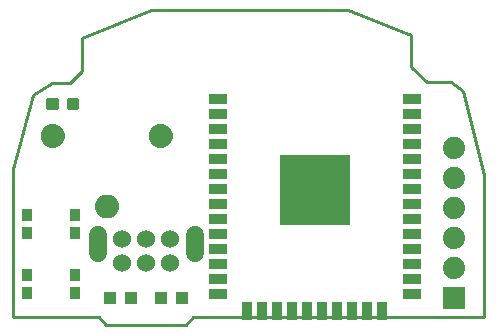
<source format=gts>
G75*
G70*
%OFA0B0*%
%FSLAX24Y24*%
%IPPOS*%
%LPD*%
%AMOC8*
5,1,8,0,0,1.08239X$1,22.5*
%
%ADD10C,0.0100*%
%ADD11C,0.0600*%
%ADD12C,0.0000*%
%ADD13C,0.0350*%
%ADD14C,0.0600*%
%ADD15C,0.0500*%
%ADD16C,0.0394*%
%ADD17R,0.0591X0.0354*%
%ADD18R,0.0354X0.0591*%
%ADD19R,0.2362X0.2362*%
%ADD20R,0.0394X0.0433*%
%ADD21R,0.0354X0.0394*%
%ADD22C,0.0118*%
%ADD23R,0.0740X0.0740*%
%ADD24C,0.0740*%
D10*
X003490Y003381D02*
X003740Y003131D01*
X006390Y003131D01*
X006640Y003381D01*
X016340Y003381D01*
X016340Y008131D01*
X015640Y010931D01*
X015240Y011231D01*
X014440Y011231D01*
X013890Y011731D01*
X013890Y012781D01*
X011790Y013631D01*
X005240Y013631D01*
X002940Y012681D01*
X002940Y011581D01*
X002540Y011181D01*
X001940Y011181D01*
X001290Y010781D01*
X000640Y008331D01*
X000640Y003381D01*
X003490Y003381D01*
D11*
X003452Y005531D02*
X003452Y006131D01*
X003452Y005531D01*
X006702Y005531D02*
X006702Y006131D01*
X006702Y005531D01*
D12*
X006527Y005831D02*
X006529Y005857D01*
X006535Y005883D01*
X006544Y005907D01*
X006557Y005930D01*
X006574Y005950D01*
X006593Y005968D01*
X006615Y005983D01*
X006638Y005994D01*
X006663Y006002D01*
X006689Y006006D01*
X006715Y006006D01*
X006741Y006002D01*
X006766Y005994D01*
X006790Y005983D01*
X006811Y005968D01*
X006830Y005950D01*
X006847Y005930D01*
X006860Y005907D01*
X006869Y005883D01*
X006875Y005857D01*
X006877Y005831D01*
X006875Y005805D01*
X006869Y005779D01*
X006860Y005755D01*
X006847Y005732D01*
X006830Y005712D01*
X006811Y005694D01*
X006789Y005679D01*
X006766Y005668D01*
X006741Y005660D01*
X006715Y005656D01*
X006689Y005656D01*
X006663Y005660D01*
X006638Y005668D01*
X006614Y005679D01*
X006593Y005694D01*
X006574Y005712D01*
X006557Y005732D01*
X006544Y005755D01*
X006535Y005779D01*
X006529Y005805D01*
X006527Y005831D01*
X003277Y005831D02*
X003279Y005857D01*
X003285Y005883D01*
X003294Y005907D01*
X003307Y005930D01*
X003324Y005950D01*
X003343Y005968D01*
X003365Y005983D01*
X003388Y005994D01*
X003413Y006002D01*
X003439Y006006D01*
X003465Y006006D01*
X003491Y006002D01*
X003516Y005994D01*
X003540Y005983D01*
X003561Y005968D01*
X003580Y005950D01*
X003597Y005930D01*
X003610Y005907D01*
X003619Y005883D01*
X003625Y005857D01*
X003627Y005831D01*
X003625Y005805D01*
X003619Y005779D01*
X003610Y005755D01*
X003597Y005732D01*
X003580Y005712D01*
X003561Y005694D01*
X003539Y005679D01*
X003516Y005668D01*
X003491Y005660D01*
X003465Y005656D01*
X003439Y005656D01*
X003413Y005660D01*
X003388Y005668D01*
X003364Y005679D01*
X003343Y005694D01*
X003324Y005712D01*
X003307Y005732D01*
X003294Y005755D01*
X003285Y005779D01*
X003279Y005805D01*
X003277Y005831D01*
D13*
X003452Y005831D03*
X006702Y005831D03*
D14*
X005852Y005981D03*
X005065Y005981D03*
X004278Y005981D03*
X004278Y005194D03*
X005065Y005194D03*
X005852Y005194D03*
D15*
X003598Y007081D02*
X003600Y007104D01*
X003606Y007127D01*
X003615Y007149D01*
X003628Y007168D01*
X003644Y007185D01*
X003662Y007200D01*
X003683Y007211D01*
X003705Y007219D01*
X003728Y007223D01*
X003752Y007223D01*
X003775Y007219D01*
X003797Y007211D01*
X003818Y007200D01*
X003836Y007185D01*
X003852Y007168D01*
X003865Y007149D01*
X003874Y007127D01*
X003880Y007104D01*
X003882Y007081D01*
X003880Y007058D01*
X003874Y007035D01*
X003865Y007013D01*
X003852Y006994D01*
X003836Y006977D01*
X003818Y006962D01*
X003797Y006951D01*
X003775Y006943D01*
X003752Y006939D01*
X003728Y006939D01*
X003705Y006943D01*
X003683Y006951D01*
X003662Y006962D01*
X003644Y006977D01*
X003628Y006994D01*
X003615Y007013D01*
X003606Y007035D01*
X003600Y007058D01*
X003598Y007081D01*
X001798Y009431D02*
X001800Y009454D01*
X001806Y009477D01*
X001815Y009499D01*
X001828Y009518D01*
X001844Y009535D01*
X001862Y009550D01*
X001883Y009561D01*
X001905Y009569D01*
X001928Y009573D01*
X001952Y009573D01*
X001975Y009569D01*
X001997Y009561D01*
X002018Y009550D01*
X002036Y009535D01*
X002052Y009518D01*
X002065Y009499D01*
X002074Y009477D01*
X002080Y009454D01*
X002082Y009431D01*
X002080Y009408D01*
X002074Y009385D01*
X002065Y009363D01*
X002052Y009344D01*
X002036Y009327D01*
X002018Y009312D01*
X001997Y009301D01*
X001975Y009293D01*
X001952Y009289D01*
X001928Y009289D01*
X001905Y009293D01*
X001883Y009301D01*
X001862Y009312D01*
X001844Y009327D01*
X001828Y009344D01*
X001815Y009363D01*
X001806Y009385D01*
X001800Y009408D01*
X001798Y009431D01*
X005398Y009431D02*
X005400Y009454D01*
X005406Y009477D01*
X005415Y009499D01*
X005428Y009518D01*
X005444Y009535D01*
X005462Y009550D01*
X005483Y009561D01*
X005505Y009569D01*
X005528Y009573D01*
X005552Y009573D01*
X005575Y009569D01*
X005597Y009561D01*
X005618Y009550D01*
X005636Y009535D01*
X005652Y009518D01*
X005665Y009499D01*
X005674Y009477D01*
X005680Y009454D01*
X005682Y009431D01*
X005680Y009408D01*
X005674Y009385D01*
X005665Y009363D01*
X005652Y009344D01*
X005636Y009327D01*
X005618Y009312D01*
X005597Y009301D01*
X005575Y009293D01*
X005552Y009289D01*
X005528Y009289D01*
X005505Y009293D01*
X005483Y009301D01*
X005462Y009312D01*
X005444Y009327D01*
X005428Y009344D01*
X005415Y009363D01*
X005406Y009385D01*
X005400Y009408D01*
X005398Y009431D01*
D16*
X005540Y009431D03*
X003740Y007081D03*
X001940Y009431D03*
D17*
X007447Y009662D03*
X007447Y009162D03*
X007447Y008662D03*
X007447Y008162D03*
X007447Y007662D03*
X007447Y007162D03*
X007447Y006662D03*
X007447Y006162D03*
X007447Y005662D03*
X007447Y005162D03*
X007447Y004662D03*
X007447Y004162D03*
X013933Y004162D03*
X013933Y004662D03*
X013933Y005162D03*
X013933Y005662D03*
X013933Y006162D03*
X013933Y006662D03*
X013933Y007162D03*
X013933Y007662D03*
X013933Y008162D03*
X013933Y008662D03*
X013933Y009162D03*
X013933Y009662D03*
X013933Y010162D03*
X013933Y010662D03*
X007447Y010662D03*
X007447Y010162D03*
D18*
X008440Y003576D03*
X008940Y003576D03*
X009440Y003576D03*
X009940Y003576D03*
X010440Y003576D03*
X010940Y003576D03*
X011440Y003576D03*
X011940Y003576D03*
X012440Y003576D03*
X012940Y003576D03*
D19*
X010690Y007631D03*
D20*
X006270Y004031D03*
X005560Y004031D03*
X004570Y004031D03*
X003860Y004031D03*
D21*
X002697Y004166D03*
X002697Y004796D03*
X001083Y004796D03*
X001083Y004166D03*
X001083Y006166D03*
X001083Y006796D03*
X002697Y006796D03*
X002697Y006166D03*
D22*
X002497Y010343D02*
X002497Y010619D01*
X002773Y010619D01*
X002773Y010343D01*
X002497Y010343D01*
X002497Y010460D02*
X002773Y010460D01*
X002773Y010577D02*
X002497Y010577D01*
X001807Y010619D02*
X001807Y010343D01*
X001807Y010619D02*
X002083Y010619D01*
X002083Y010343D01*
X001807Y010343D01*
X001807Y010460D02*
X002083Y010460D01*
X002083Y010577D02*
X001807Y010577D01*
D23*
X015340Y004031D03*
D24*
X015340Y005031D03*
X015340Y006031D03*
X015340Y007031D03*
X015340Y008031D03*
X015340Y009031D03*
M02*

</source>
